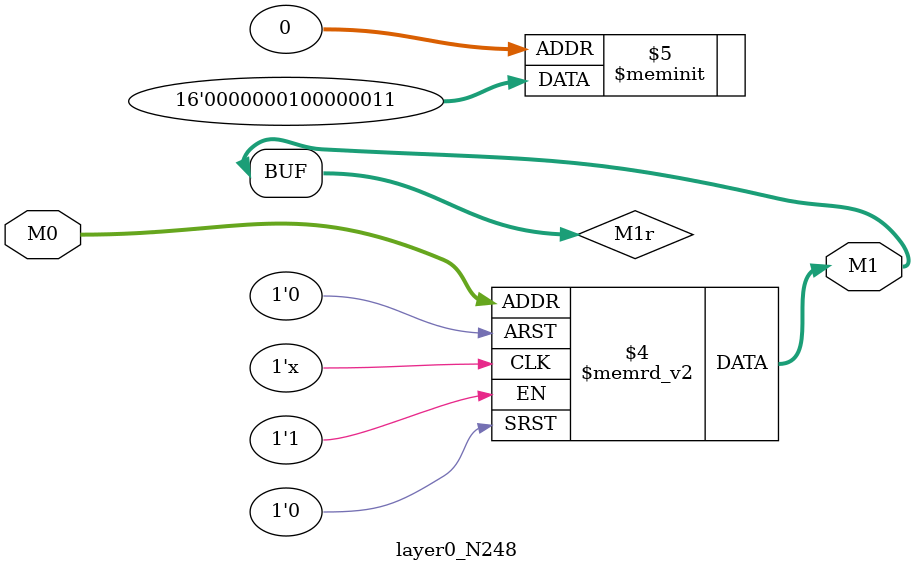
<source format=v>
module layer0_N248 ( input [2:0] M0, output [1:0] M1 );

	(*rom_style = "distributed" *) reg [1:0] M1r;
	assign M1 = M1r;
	always @ (M0) begin
		case (M0)
			3'b000: M1r = 2'b11;
			3'b100: M1r = 2'b01;
			3'b010: M1r = 2'b00;
			3'b110: M1r = 2'b00;
			3'b001: M1r = 2'b00;
			3'b101: M1r = 2'b00;
			3'b011: M1r = 2'b00;
			3'b111: M1r = 2'b00;

		endcase
	end
endmodule

</source>
